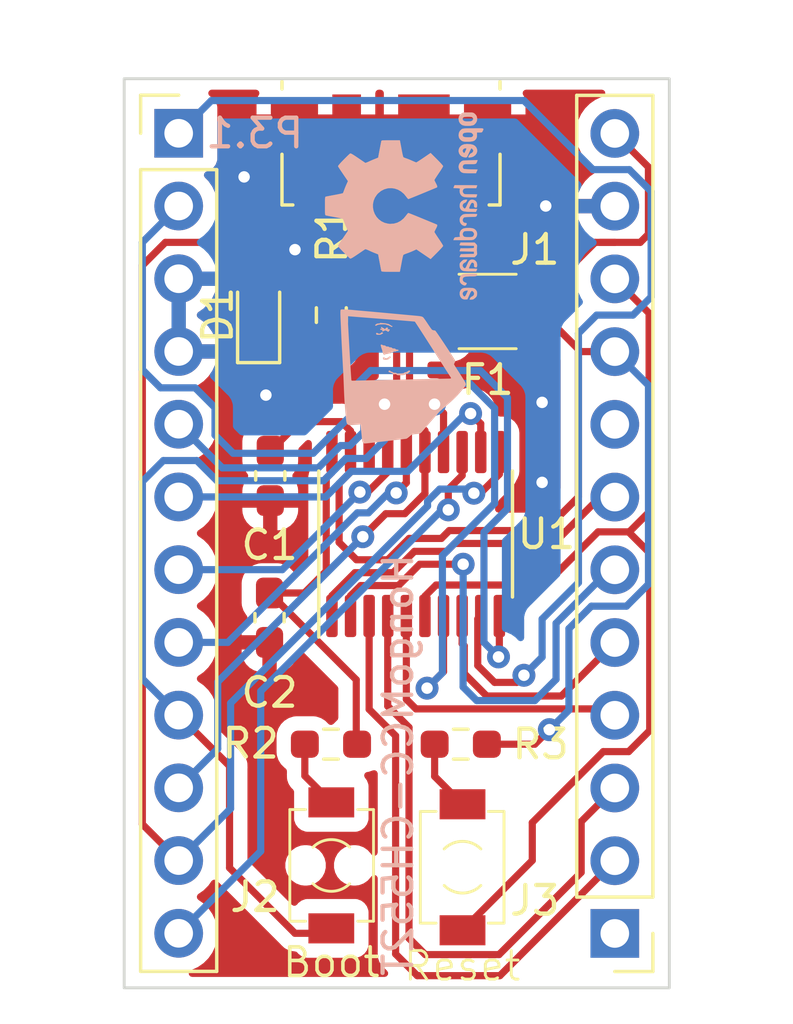
<source format=kicad_pcb>
(kicad_pcb (version 20221018) (generator pcbnew)
  (layers (0 "F.Cu" signal) (31 "B.Cu" signal) (34 "B.Paste" user) (35 "F.Paste" user) (36 "B.SilkS" user "B.Silkscreen") (37 "F.SilkS" user "F.Silkscreen") (38 "B.Mask" user) (39 "F.Mask" user) (44 "Edge.Cuts" user))
  (net 0 "")
  (net 1 "VCC")
  (net 2 "GND")
  (net 3 "/3V3")
  (net 4 "Net-(D1-K)")
  (net 5 "/P3.3")
  (net 6 "Net-(J1-VBUS)")
  (net 7 "/P3.7")
  (net 8 "/P3.6")
  (net 10 "/P3.1")
  (net 11 "/P3.0")
  (net 12 "/P1.0")
  (net 13 "/P3.4")
  (net 14 "/P1.2")
  (net 15 "/P1.3")
  (net 16 "/P3.5")
  (net 18 "/P1.5")
  (net 19 "/P1.6")
  (net 20 "/P1.7")
  (net 21 "/P1.1")
  (net 22 "/P1.4")
  (net 23 "/P3.2")
  (net 25 "/reset")
  (net 26 "Net-(R3-Pad2)")
  (net 27 "Net-(R2-Pad2)")
  (footprint "Library:SW_SPST_TVAF06_A020B_R" (layer "F.Cu") (at 95.0088 78.9744 -90)
    (fp_text reference "Reset" (at 3.4486 0.0128 unlocked) (layer "F.SilkS") (effects (font (thickness 0.1))))
    (fp_text value "SW_Push")
    (pad "" np_thru_hole circle (at 0 -0.9) (size 0.75 0.75) (drill 0.75) (layers "F&B.Cu" "*.Mask"))
    (pad "" np_thru_hole circle (at 0 0.8) (size 0.75 0.75) (drill 0.75) (layers "F&B.Cu" "*.Mask"))
    (pad "1" smd rect (at -2.2 0) (size 1.6 1.05) (layers "F.Cu" "F.Paste" "F.Mask") (net 26 "Net-(R3-Pad2)"))
    (pad "2" smd rect (at 2.2 0 180) (size 1.6 1.05) (layers "F.Cu" "F.Paste" "F.Mask") (net 25 "/reset"))
  )
  (footprint "Package_SO:TSSOP-20_4.4x6.5mm_P0.65mm" (layer "F.Cu") (at 93.3704 67.3354 90)
    (fp_text reference "U1" (at 0 4.572 180) (layer "F.SilkS"))
    (fp_text value "CH552T")
    (pad "1" smd roundrect (at -2.8625 -2.925 90) (size 1.475 0.4) (layers "F.Cu" "F.Paste" "F.Mask") (net 23 "/P3.2"))
    (pad "2" smd roundrect (at -2.8625 -2.275 90) (size 1.475 0.4) (layers "F.Cu" "F.Paste" "F.Mask") (net 22 "/P1.4"))
    (pad "3" smd roundrect (at -2.8625 -1.625 90) (size 1.475 0.4) (layers "F.Cu" "F.Paste" "F.Mask") (net 18 "/P1.5"))
    (pad "4" smd roundrect (at -2.8625 -0.975 90) (size 1.475 0.4) (layers "F.Cu" "F.Paste" "F.Mask") (net 19 "/P1.6"))
    (pad "5" smd roundrect (at -2.8625 -0.325 90) (size 1.475 0.4) (layers "F.Cu" "F.Paste" "F.Mask") (net 20 "/P1.7"))
    (pad "6" smd roundrect (at -2.8625 0.325 90) (size 1.475 0.4) (layers "F.Cu" "F.Paste" "F.Mask") (net 25 "/reset"))
    (pad "7" smd roundrect (at -2.8625 0.975 90) (size 1.475 0.4) (layers "F.Cu" "F.Paste" "F.Mask") (net 12 "/P1.0"))
    (pad "8" smd roundrect (at -2.8625 1.625 90) (size 1.475 0.4) (layers "F.Cu" "F.Paste" "F.Mask") (net 21 "/P1.1"))
    (pad "9" smd roundrect (at -2.8625 2.275 90) (size 1.475 0.4) (layers "F.Cu" "F.Paste" "F.Mask") (net 10 "/P3.1"))
    (pad "10" smd roundrect (at -2.8625 2.925 90) (size 1.475 0.4) (layers "F.Cu" "F.Paste" "F.Mask") (net 11 "/P3.0"))
    (pad "11" smd roundrect (at 2.8625 2.925 90) (size 1.475 0.4) (layers "F.Cu" "F.Paste" "F.Mask") (net 5 "/P3.3"))
    (pad "12" smd roundrect (at 2.8625 2.275 90) (size 1.475 0.4) (layers "F.Cu" "F.Paste" "F.Mask") (net 13 "/P3.4"))
    (pad "13" smd roundrect (at 2.8625 1.625 90) (size 1.475 0.4) (layers "F.Cu" "F.Paste" "F.Mask") (net 16 "/P3.5"))
    (pad "14" smd roundrect (at 2.8625 0.975 90) (size 1.475 0.4) (layers "F.Cu" "F.Paste" "F.Mask") (net 8 "/P3.6"))
    (pad "15" smd roundrect (at 2.8625 0.325 90) (size 1.475 0.4) (layers "F.Cu" "F.Paste" "F.Mask") (net 7 "/P3.7"))
    (pad "16" smd roundrect (at 2.8625 -0.325 90) (size 1.475 0.4) (layers "F.Cu" "F.Paste" "F.Mask") (net 15 "/P1.3"))
    (pad "17" smd roundrect (at 2.8625 -0.975 90) (size 1.475 0.4) (layers "F.Cu" "F.Paste" "F.Mask") (net 14 "/P1.2"))
    (pad "18" smd roundrect (at 2.8625 -1.625 90) (size 1.475 0.4) (layers "F.Cu" "F.Paste" "F.Mask") (net 2 "GND"))
    (pad "19" smd roundrect (at 2.8625 -2.275 90) (size 1.475 0.4) (layers "F.Cu" "F.Paste" "F.Mask") (net 1 "VCC"))
    (pad "20" smd roundrect (at 2.8625 -2.925 90) (size 1.475 0.4) (layers "F.Cu" "F.Paste" "F.Mask") (net 3 "/3V3"))
  )
  (footprint "Library:Fuse_SMD_MF_USMF010" (layer "F.Cu") (at 95.885 59.563)
    (fp_text reference "F1" (at 0 2.3876 unlocked) (layer "F.SilkS"))
    (fp_text value "Fuse")
    (pad "1" smd roundrect (at -1.6 0 180) (size 1.2 2.5) (layers "F.Cu" "F.Paste" "F.Mask") (net 6 "Net-(J1-VBUS)"))
    (pad "2" smd roundrect (at 1.6 0 180) (size 1.2 2.5) (layers "F.Cu" "F.Paste" "F.Mask") (net 1 "VCC"))
  )
  (footprint "Connector_PinHeader_2.54mm:PinHeader_1x12_P2.54mm_Vertical" (layer "F.Cu") (at 100.33 81.285 180)
    (fp_text reference "J3" (at 2.794 1.148) (layer "F.SilkS"))
    (fp_text value "Conn_01x12_Pin")
    (pad "1" thru_hole rect (at 0 0 180) (size 1.7 1.7) (drill 1) (layers "*.Cu" "*.Mask"))
    (pad "2" thru_hole oval (at 0 2.54 180) (size 1.7 1.7) (drill 1) (layers "*.Cu" "*.Mask") (net 18 "/P1.5"))
    (pad "3" thru_hole oval (at 0 5.08 180) (size 1.7 1.7) (drill 1) (layers "*.Cu" "*.Mask") (net 19 "/P1.6"))
    (pad "4" thru_hole oval (at 0 7.62 180) (size 1.7 1.7) (drill 1) (layers "*.Cu" "*.Mask") (net 20 "/P1.7"))
    (pad "5" thru_hole oval (at 0 10.16 180) (size 1.7 1.7) (drill 1) (layers "*.Cu" "*.Mask") (net 21 "/P1.1"))
    (pad "6" thru_hole oval (at 0 12.7 180) (size 1.7 1.7) (drill 1) (layers "*.Cu" "*.Mask") (net 22 "/P1.4"))
    (pad "7" thru_hole oval (at 0 15.24 180) (size 1.7 1.7) (drill 1) (layers "*.Cu" "*.Mask") (net 23 "/P3.2"))
    (pad "8" thru_hole oval (at 0 17.78 180) (size 1.7 1.7) (drill 1) (layers "*.Cu" "*.Mask"))
    (pad "9" thru_hole oval (at 0 20.32 180) (size 1.7 1.7) (drill 1) (layers "*.Cu" "*.Mask") (net 1 "VCC"))
    (pad "10" thru_hole oval (at 0 22.86 180) (size 1.7 1.7) (drill 1) (layers "*.Cu" "*.Mask") (net 25 "/reset"))
    (pad "11" thru_hole oval (at 0 25.4 180) (size 1.7 1.7) (drill 1) (layers "*.Cu" "*.Mask") (net 2 "GND"))
    (pad "12" thru_hole oval (at 0 27.94 180) (size 1.7 1.7) (drill 1) (layers "*.Cu" "*.Mask") (net 1 "VCC"))
  )
  (footprint "Library:SW_SPST_TVAF06_A020B_R" (layer "F.Cu") (at 90.424 78.908 90)
    (fp_text reference "Boot" (at -3.388 0 unlocked) (layer "F.SilkS") (effects (font (thickness 0.125))))
    (fp_text value "SW_Push")
    (pad "" np_thru_hole circle (at 0 -0.9 180) (size 0.75 0.75) (drill 0.75) (layers "F&B.Cu" "*.Mask"))
    (pad "" np_thru_hole circle (at 0 0.8 180) (size 0.75 0.75) (drill 0.75) (layers "F&B.Cu" "*.Mask"))
    (pad "1" smd rect (at -2.2 0 180) (size 1.6 1.05) (layers "F.Cu" "F.Paste" "F.Mask") (net 8 "/P3.6"))
    (pad "2" smd rect (at 2.2 0) (size 1.6 1.05) (layers "F.Cu" "F.Paste" "F.Mask") (net 27 "Net-(R2-Pad2)"))
  )
  (footprint "LED_SMD:LED_0603_1608Metric_Pad1.05x0.95mm_HandSolder" (layer "F.Cu") (at 87.884 59.69 90)
    (fp_text reference "D1" (at 0 -1.43 90) (layer "F.SilkS"))
    (fp_text value "LED")
    (pad "1" smd roundrect (at -0.875 0 90) (size 1.05 0.95) (layers "F.Cu" "F.Paste" "F.Mask") (net 4 "Net-(D1-K)"))
    (pad "2" smd roundrect (at 0.875 0 90) (size 1.05 0.95) (layers "F.Cu" "F.Paste" "F.Mask") (net 5 "/P3.3"))
  )
  (footprint "Capacitor_SMD:C_0603_1608Metric_Pad1.08x0.95mm_HandSolder" (layer "F.Cu") (at 88.2904 65.3045 -90)
    (fp_text reference "C1" (at 2.413 0.0254) (layer "F.SilkS"))
    (fp_text value "C")
    (pad "1" smd roundrect (at -0.8625 0 270) (size 1.075 0.95) (layers "F.Cu" "F.Paste" "F.Mask") (net 1 "VCC"))
    (pad "2" smd roundrect (at 0.8625 0 270) (size 1.075 0.95) (layers "F.Cu" "F.Paste" "F.Mask") (net 2 "GND"))
  )
  (footprint "Capacitor_SMD:C_0603_1608Metric_Pad1.08x0.95mm_HandSolder" (layer "F.Cu") (at 88.265 70.2575 -90)
    (fp_text reference "C2" (at 2.6173 0 -180) (layer "F.SilkS"))
    (fp_text value "C")
    (pad "1" smd roundrect (at -0.8625 0 270) (size 1.075 0.95) (layers "F.Cu" "F.Paste" "F.Mask") (net 3 "/3V3"))
    (pad "2" smd roundrect (at 0.8625 0 270) (size 1.075 0.95) (layers "F.Cu" "F.Paste" "F.Mask") (net 2 "GND"))
  )
  (footprint "Resistor_SMD:R_0603_1608Metric_Pad0.98x0.95mm_HandSolder" (layer "F.Cu") (at 94.9471 74.676 180)
    (fp_text reference "R3" (at -2.7921 0) (layer "F.SilkS"))
    (fp_text value "R")
    (pad "1" smd roundrect (at -0.9125 0 180) (size 0.975 0.95) (layers "F.Cu" "F.Paste" "F.Mask") (net 1 "VCC"))
    (pad "2" smd roundrect (at 0.9125 0 180) (size 0.975 0.95) (layers "F.Cu" "F.Paste" "F.Mask") (net 26 "Net-(R3-Pad2)"))
  )
  (footprint "Resistor_SMD:R_0603_1608Metric_Pad0.98x0.95mm_HandSolder" (layer "F.Cu") (at 90.424 59.69 90)
    (fp_text reference "R1" (at 2.7959 0.0254 90) (layer "F.SilkS"))
    (fp_text value "R")
    (pad "1" smd roundrect (at -0.9125 0 90) (size 0.975 0.95) (layers "F.Cu" "F.Paste" "F.Mask") (net 4 "Net-(D1-K)"))
    (pad "2" smd roundrect (at 0.9125 0 90) (size 0.975 0.95) (layers "F.Cu" "F.Paste" "F.Mask") (net 2 "GND"))
  )
  (footprint "Resistor_SMD:R_0603_1608Metric_Pad0.98x0.95mm_HandSolder" (layer "F.Cu") (at 90.4112 74.676 180)
    (fp_text reference "R2" (at 2.8066 0.0254) (layer "F.SilkS"))
    (fp_text value "R")
    (pad "1" smd roundrect (at -0.9125 0 180) (size 0.975 0.95) (layers "F.Cu" "F.Paste" "F.Mask") (net 3 "/3V3"))
    (pad "2" smd roundrect (at 0.9125 0 180) (size 0.975 0.95) (layers "F.Cu" "F.Paste" "F.Mask") (net 27 "Net-(R2-Pad2)"))
  )
  (footprint "Connector_PinHeader_2.54mm:PinHeader_1x12_P2.54mm_Vertical" (layer "F.Cu") (at 85.09 53.34)
    (fp_text reference "J2" (at 2.667 26.67) (layer "F.SilkS"))
    (fp_text value "Conn_01x12_Pin")
    (pad "1" thru_hole rect (at 0 0) (size 1.7 1.7) (drill 1) (layers "*.Cu" "*.Mask") (net 10 "/P3.1"))
    (pad "2" thru_hole oval (at 0 2.54) (size 1.7 1.7) (drill 1) (layers "*.Cu" "*.Mask") (net 11 "/P3.0"))
    (pad "3" thru_hole oval (at 0 5.08) (size 1.7 1.7) (drill 1) (layers "*.Cu" "*.Mask") (net 2 "GND"))
    (pad "4" thru_hole oval (at 0 7.62) (size 1.7 1.7) (drill 1) (layers "*.Cu" "*.Mask") (net 2 "GND"))
    (pad "5" thru_hole oval (at 0 10.16) (size 1.7 1.7) (drill 1) (layers "*.Cu" "*.Mask") (net 12 "/P1.0"))
    (pad "6" thru_hole oval (at 0 12.7) (size 1.7 1.7) (drill 1) (layers "*.Cu" "*.Mask") (net 13 "/P3.4"))
    (pad "7" thru_hole oval (at 0 15.24) (size 1.7 1.7) (drill 1) (layers "*.Cu" "*.Mask") (net 14 "/P1.2"))
    (pad "8" thru_hole oval (at 0 17.78) (size 1.7 1.7) (drill 1) (layers "*.Cu" "*.Mask") (net 15 "/P1.3"))
    (pad "9" thru_hole oval (at 0 20.32) (size 1.7 1.7) (drill 1) (layers "*.Cu" "*.Mask") (net 8 "/P3.6"))
    (pad "10" thru_hole oval (at 0 22.86) (size 1.7 1.7) (drill 1) (layers "*.Cu" "*.Mask") (net 7 "/P3.7"))
    (pad "11" thru_hole oval (at 0 25.4) (size 1.7 1.7) (drill 1) (layers "*.Cu" "*.Mask") (net 5 "/P3.3"))
    (pad "12" thru_hole oval (at 0 27.94) (size 1.7 1.7) (drill 1) (layers "*.Cu" "*.Mask") (net 16 "/P3.5"))
  )
  (footprint "Connector_USB:USB_Micro-B_Molex_47346-0001" (layer "F.Cu") (at 92.51 54.1336 180)
    (fp_text reference "J1" (at -5.026 -3.2704) (layer "F.SilkS"))
    (fp_text value "USB_B_Micro")
    (pad "1" smd rect (at -1.3 -1.46 180) (size 0.45 1.38) (layers "F.Cu" "F.Paste" "F.Mask") (net 6 "Net-(J1-VBUS)"))
    (pad "2" smd rect (at -0.65 -1.46 180) (size 0.45 1.38) (layers "F.Cu" "F.Paste" "F.Mask") (net 7 "/P3.7"))
    (pad "3" smd rect (at 0 -1.46 180) (size 0.45 1.38) (layers "F.Cu" "F.Paste" "F.Mask") (net 8 "/P3.6"))
    (pad "4" smd rect (at 0.65 -1.46 180) (size 0.45 1.38) (layers "F.Cu" "F.Paste" "F.Mask"))
    (pad "5" smd rect (at 1.3 -1.46 180) (size 0.45 1.38) (layers "F.Cu" "F.Paste" "F.Mask") (net 2 "GND"))
    (pad "6" smd rect (at -3.375 1.2 180) (size 1.65 1.3) (layers "F.Cu" "F.Paste" "F.Mask") (net 2 "GND"))
    (pad "6" smd rect (at -2.4875 -1.375 180) (size 1.425 1.55) (layers "F.Cu" "F.Paste" "F.Mask") (net 2 "GND"))
    (pad "6" smd rect (at -1.15 1.2 180) (size 1.8 1.9) (layers "F.Cu" "F.Paste" "F.Mask") (net 2 "GND"))
    (pad "6" smd rect (at 1.55 1.2 180) (size 1 1.9) (layers "F.Cu" "F.Paste" "F.Mask") (net 2 "GND"))
    (pad "6" smd rect (at 2.4875 -1.375 180) (size 1.425 1.55) (layers "F.Cu" "F.Paste" "F.Mask") (net 2 "GND"))
    (pad "6" smd rect (at 3.375 1.2 180) (size 1.65 1.3) (layers "F.Cu" "F.Paste" "F.Mask") (net 2 "GND"))
  )
  (footprint "Symbol:OSHW-Logo2_7.3x6mm_SilkScreen" (layer "B.Cu") (at 92.964 55.88 -90)
    (fp_text reference "REF**" hide)
    (fp_text value "OSHW-Logo2_7.3x6mm_SilkScreen" hide)
  )
  (footprint "Library:HongoMCC_Logo" (layer "B.Cu") (at 92.964 61.976 -90)
    (fp_text reference "G***" hide)
    (fp_text value "LOGO" hide)
  )
  (gr_rect (start 83.185 51.435) (end 102.235 83.185) (stroke (width 0.1)) (fill none) (layer "Edge.Cuts"))
  (gr_text "P3.1" (at 89.535 53.34) (layer "B.SilkS") (effects (font (size 1 1)) (justify left mirror)))
  (gr_text "HongoMCC-CH552T" (at 93.345 67.945 90) (layer "B.SilkS") (effects (font (size 1 1)) (justify left bottom mirror)))
  (segment (start 101.505 56.864) (end 101.219 57.15) (width 0.25) (layer "F.Cu") (net 1))
  (segment (start 91.0954 65.171895) (end 90.6963 65.570995) (width 0.25) (layer "F.Cu") (net 1))
  (segment (start 101.219 57.15) (end 100.33 57.15) (width 0.25) (layer "F.Cu") (net 1))
  (segment (start 90.7704 63.4104) (end 91.0954 63.7354) (width 0.25) (layer "F.Cu") (net 1))
  (segment (start 91.0954 63.7354) (end 91.0954 64.4729) (width 0.25) (layer "F.Cu") (net 1))
  (segment (start 99.141 60.965) (end 99.0345 60.8585) (width 0.25) (layer "F.Cu") (net 1))
  (segment (start 99.06 66.04) (end 99.06 60.884) (width 0.25) (layer "F.Cu") (net 1))
  (segment (start 93.141766 67.4902) (end 94.269299 67.4902) (width 0.25) (layer "F.Cu") (net 1))
  (segment (start 90.6963 65.570995) (end 90.6963 67.627805) (width 0.25) (layer "F.Cu") (net 1))
  (segment (start 91.303895 68.2354) (end 92.396566 68.2354) (width 0.25) (layer "F.Cu") (net 1))
  (segment (start 94.269299 67.4902) (end 94.544299 67.2152) (width 0.25) (layer "F.Cu") (net 1))
  (segment (start 100.33 60.965) (end 99.141 60.965) (width 0.25) (layer "F.Cu") (net 1))
  (segment (start 99.06 60.884) (end 99.0345 60.8585) (width 0.25) (layer "F.Cu") (net 1))
  (segment (start 99.817 53.345) (end 100.33 53.345) (width 0.25) (layer "F.Cu") (net 1))
  (segment (start 97.536 74.676) (end 95.8596 74.676) (width 0.25) (layer "F.Cu") (net 1))
  (segment (start 99.0345 60.8585) (end 97.485 59.309) (width 0.25) (layer "F.Cu") (net 1))
  (segment (start 99.644 57.15) (end 100.33 57.15) (width 0.25) (layer "F.Cu") (net 1))
  (segment (start 100.33 53.345) (end 101.505 54.52) (width 0.25) (layer "F.Cu") (net 1))
  (segment (start 97.8848 67.2152) (end 99.06 66.04) (width 0.25) (layer "F.Cu") (net 1))
  (segment (start 100.33 57.15) (end 99.822 57.15) (width 0.25) (layer "F.Cu") (net 1))
  (segment (start 98.044 74.168) (end 97.536 74.676) (width 0.25) (layer "F.Cu") (net 1))
  (segment (start 97.485 59.309) (end 99.644 57.15) (width 0.25) (layer "F.Cu") (net 1))
  (segment (start 88.2904 64.442) (end 88.5561 64.442) (width 0.25) (layer "F.Cu") (net 1))
  (segment (start 92.396566 68.2354) (end 93.141766 67.4902) (width 0.25) (layer "F.Cu") (net 1))
  (segment (start 101.505 54.52) (end 101.505 56.864) (width 0.25) (layer "F.Cu") (net 1))
  (segment (start 90.6963 67.627805) (end 91.303895 68.2354) (width 0.25) (layer "F.Cu") (net 1))
  (segment (start 94.544299 67.2152) (end 97.8848 67.2152) (width 0.25) (layer "F.Cu") (net 1))
  (segment (start 99.944 60.579) (end 100.33 60.965) (width 0.25) (layer "F.Cu") (net 1))
  (segment (start 88.2904 64.442) (end 89.322 63.4104) (width 0.25) (layer "F.Cu") (net 1))
  (segment (start 89.322 63.4104) (end 90.7704 63.4104) (width 0.25) (layer "F.Cu") (net 1))
  (segment (start 91.0954 64.4729) (end 91.0954 65.171895) (width 0.25) (layer "F.Cu") (net 1))
  (via (at 98.044 74.168) (size 0.8) (drill 0.4) (layers "F.Cu" "B.Cu") (net 1))
  (segment (start 100.739 69.855) (end 101.5069 69.0871) (width 0.25) (layer "B.Cu") (net 1))
  (segment (start 98.727254 73.484746) (end 98.727254 70.639946) (width 0.25) (layer "B.Cu") (net 1))
  (segment (start 99.5122 69.855) (end 100.739 69.855) (width 0.25) (layer "B.Cu") (net 1))
  (segment (start 101.5069 69.0871) (end 101.5069 62.1419) (width 0.25) (layer "B.Cu") (net 1))
  (segment (start 98.727254 70.639946) (end 99.5122 69.855) (width 0.25) (layer "B.Cu") (net 1))
  (segment (start 101.5069 62.1419) (end 100.33 60.965) (width 0.25) (layer "B.Cu") (net 1))
  (segment (start 98.044 74.168) (end 98.727254 73.484746) (width 0.25) (layer "B.Cu") (net 1))
  (segment (start 91.7454 64.4729) (end 91.7454 63.288414) (width 0.25) (layer "F.Cu") (net 2))
  (segment (start 91.2074 55.5428) (end 91.2074 56.5597) (width 0.25) (layer "F.Cu") (net 2))
  (segment (start 91.7454 63.288414) (end 91.067986 62.611) (width 0.25) (layer "F.Cu") (net 2))
  (via (at 88.138 62.484) (size 0.8) (drill 0.4) (layers "F.Cu" "B.Cu") (net 2))
  (via (at 97.79 65.532) (size 0.8) (drill 0.4) (layers "F.Cu" "B.Cu") (net 2))
  (via (at 97.917 55.88) (size 0.8) (drill 0.4) (layers "F.Cu" "B.Cu") (net 2))
  (via (at 87.376 54.864) (size 0.8) (drill 0.4) (layers "F.Cu" "B.Cu") (net 2))
  (via (at 97.79 62.738) (size 0.8) (drill 0.4) (layers "F.Cu" "B.Cu") (net 2))
  (via (at 89.154 57.404) (size 0.8) (drill 0.4) (layers "F.Cu" "B.Cu") (net 2))
  (segment (start 91.2954 72.4254) (end 88.265 69.395) (width 0.25) (layer "F.Cu") (net 3))
  (segment (start 89.482 69.395) (end 90.2463 68.6307) (width 0.25) (layer "F.Cu") (net 3))
  (segment (start 88.265 69.305) (end 88.265 69.395) (width 0.25) (layer "F.Cu") (net 3))
  (segment (start 90.2463 68.6307) (end 90.2463 65.384599) (width 0.25) (layer "F.Cu") (net 3))
  (segment (start 91.3237 74.676) (end 91.2954 74.6477) (width 0.25) (layer "F.Cu") (net 3))
  (segment (start 88.265 69.395) (end 89.482 69.395) (width 0.25) (layer "F.Cu") (net 3))
  (segment (start 91.2954 74.6477) (end 91.2954 72.4254) (width 0.25) (layer "F.Cu") (net 3))
  (segment (start 90.4454 65.185499) (end 90.4454 64.4729) (width 0.25) (layer "F.Cu") (net 3))
  (segment (start 90.2463 65.384599) (end 90.4454 65.185499) (width 0.25) (layer "F.Cu") (net 3))
  (segment (start 90.424 60.6025) (end 87.9215 60.6025) (width 0.25) (layer "F.Cu") (net 4))
  (segment (start 87.9215 60.6025) (end 87.884 60.565) (width 0.25) (layer "F.Cu") (net 4))
  (segment (start 83.82 57.956) (end 83.82 77.47) (width 0.25) (layer "F.Cu") (net 5))
  (segment (start 95.6328 65.91) (end 95.4052 65.91) (width 0.25) (layer "F.Cu") (net 5))
  (segment (start 96.2954 65.2474) (end 95.6328 65.91) (width 0.25) (layer "F.Cu") (net 5))
  (segment (start 83.82 77.47) (end 85.09 78.74) (width 0.25) (layer "F.Cu") (net 5))
  (segment (start 87.884 58.815) (end 86.219 57.15) (width 0.25) (layer "F.Cu") (net 5))
  (segment (start 84.626 57.15) (end 83.82 57.956) (width 0.25) (layer "F.Cu") (net 5))
  (segment (start 86.219 57.15) (end 84.626 57.15) (width 0.25) (layer "F.Cu") (net 5))
  (segment (start 96.2954 64.4729) (end 96.2954 65.2474) (width 0.25) (layer "F.Cu") (net 5))
  (via (at 95.4052 65.91) (size 0.8) (drill 0.4) (layers "F.Cu" "B.Cu") (net 5))
  (segment (start 95.4052 65.91) (end 95.2609 65.7657) (width 0.25) (layer "B.Cu") (net 5))
  (segment (start 86.9046 73.241004) (end 86.9046 76.9254) (width 0.25) (layer "B.Cu") (net 5))
  (segment (start 86.9046 76.9254) (end 85.09 78.74) (width 0.25) (layer "B.Cu") (net 5))
  (segment (start 95.261647 65.766447) (end 94.211093 65.766447) (width 0.25) (layer "B.Cu") (net 5))
  (segment (start 94.211093 65.766447) (end 93.786398 66.191142) (width 0.25) (layer "B.Cu") (net 5))
  (segment (start 93.786398 66.191142) (end 93.786398 66.359206) (width 0.25) (layer "B.Cu") (net 5))
  (segment (start 95.4052 65.91) (end 95.261647 65.766447) (width 0.25) (layer "B.Cu") (net 5))
  (segment (start 93.786398 66.359206) (end 86.9046 73.241004) (width 0.25) (layer "B.Cu") (net 5))
  (segment (start 93.81 58.834) (end 94.285 59.309) (width 0.25) (layer "F.Cu") (net 6))
  (segment (start 93.8024 55.5478) (end 93.8074 55.5428) (width 0.25) (layer "F.Cu") (net 6))
  (segment (start 94.285 57.455) (end 93.81 56.98) (width 0.25) (layer "F.Cu") (net 6))
  (segment (start 93.81 56.98) (end 93.81 55.5936) (width 0.25) (layer "F.Cu") (net 6))
  (segment (start 94.285 59.309) (end 94.285 57.455) (width 0.25) (layer "F.Cu") (net 6))
  (segment (start 92.327641 66.625953) (end 92.99075 66.625953) (width 0.25) (layer "F.Cu") (net 7))
  (segment (start 93.1574 63.1854) (end 93.1574 55.5428) (width 0.25) (layer "F.Cu") (net 7))
  (segment (start 93.6954 65.921303) (end 93.6954 64.4729) (width 0.25) (layer "F.Cu") (net 7))
  (segment (start 92.99075 66.625953) (end 93.6954 65.921303) (width 0.25) (layer "F.Cu") (net 7))
  (segment (start 93.6954 64.4729) (end 93.6954 63.7234) (width 0.25) (layer "F.Cu") (net 7))
  (segment (start 93.6954 63.7234) (end 93.1574 63.1854) (width 0.25) (layer "F.Cu") (net 7))
  (segment (start 91.523697 67.429897) (end 92.327641 66.625953) (width 0.25) (layer "F.Cu") (net 7))
  (via (at 91.523697 67.429897) (size 0.8) (drill 0.4) (layers "F.Cu" "B.Cu") (net 7))
  (segment (start 91.523303 67.429897) (end 86.4546 72.4986) (width 0.25) (layer "B.Cu") (net 7))
  (segment (start 86.4546 72.4986) (end 86.4546 74.8354) (width 0.25) (layer "B.Cu") (net 7))
  (segment (start 91.523697 67.429897) (end 91.523303 67.429897) (width 0.25) (layer "B.Cu") (net 7))
  (segment (start 86.4546 74.8354) (end 85.09 76.2) (width 0.25) (layer "B.Cu") (net 7))
  (segment (start 90.252 81.28) (end 89.154 81.28) (width 0.25) (layer "F.Cu") (net 8))
  (segment (start 92.7074 62.378007) (end 92.7074 56.51562) (width 0.25) (layer "F.Cu") (net 8))
  (segment (start 94.0308 62.801058) (end 94.3454 63.115658) (width 0.25) (layer "F.Cu") (net 8))
  (segment (start 86.868 75.438) (end 85.09 73.66) (width 0.25) (layer "F.Cu") (net 8))
  (segment (start 92.5074 56.31562) (end 92.5074 55.5428) (width 0.25) (layer "F.Cu") (net 8))
  (segment (start 92.7074 56.51562) (end 92.5074 56.31562) (width 0.25) (layer "F.Cu") (net 8))
  (segment (start 94.3454 63.115658) (end 94.3454 64.4729) (width 0.25) (layer "F.Cu") (net 8))
  (segment (start 90.424 81.108) (end 90.252 81.28) (width 0.25) (layer "F.Cu") (net 8))
  (segment (start 86.868 78.994) (end 86.868 75.438) (width 0.25) (layer "F.Cu") (net 8))
  (segment (start 92.283849 62.801558) (end 92.7074 62.378007) (width 0.25) (layer "F.Cu") (net 8))
  (segment (start 89.154 81.28) (end 86.868 78.994) (width 0.25) (layer "F.Cu") (net 8))
  (via (at 92.283849 62.801558) (size 0.8) (drill 0.4) (layers "F.Cu" "B.Cu") (net 8))
  (via (at 94.0308 62.801058) (size 0.8) (drill 0.4) (layers "F.Cu" "B.Cu") (net 8))
  (segment (start 94.0303 62.801558) (end 92.283849 62.801558) (width 0.25) (layer "B.Cu") (net 8))
  (segment (start 84.55355 64.77) (end 85.723604 64.77) (width 0.25) (layer "B.Cu") (net 8))
  (segment (start 92.283849 64.053151) (end 92.283849 62.801558) (width 0.25) (layer "B.Cu") (net 8))
  (segment (start 85.723604 64.77) (end 86.427604 65.474) (width 0.25) (layer "B.Cu") (net 8))
  (segment (start 92.3206 62.9854) (end 92.3206 62.838309) (width 0.25) (layer "B.Cu") (net 8))
  (segment (start 86.427604 65.474) (end 90.156899 65.474) (width 0.25) (layer "B.Cu") (net 8))
  (segment (start 85.09 73.66) (end 83.82 72.39) (width 0.25) (layer "B.Cu") (net 8))
  (segment (start 92.3206 62.9854) (end 92.124 62.7888) (width 0.25) (layer "B.Cu") (net 8))
  (segment (start 92.3206 62.838309) (end 92.283849 62.801558) (width 0.25) (layer "B.Cu") (net 8))
  (segment (start 90.934599 64.6963) (end 91.6407 64.6963) (width 0.25) (layer "B.Cu") (net 8))
  (segment (start 90.156899 65.474) (end 90.934599 64.6963) (width 0.25) (layer "B.Cu") (net 8))
  (segment (start 93.843322 62.801058) (end 93.831064 62.7888) (width 0.25) (layer "B.Cu") (net 8))
  (segment (start 83.82 72.39) (end 83.82 65.50355) (width 0.25) (layer "B.Cu") (net 8))
  (segment (start 91.6407 64.6963) (end 92.283849 64.053151) (width 0.25) (layer "B.Cu") (net 8))
  (segment (start 94.0308 62.801058) (end 93.843322 62.801058) (width 0.25) (layer "B.Cu") (net 8))
  (segment (start 92.5172 62.7888) (end 92.3206 62.9854) (width 0.25) (layer "B.Cu") (net 8))
  (segment (start 83.82 65.50355) (end 84.55355 64.77) (width 0.25) (layer "B.Cu") (net 8))
  (segment (start 94.0308 62.801058) (end 94.0303 62.801558) (width 0.25) (layer "B.Cu") (net 8))
  (segment (start 96.9065 72.517) (end 96.129695 72.517) (width 0.25) (layer "F.Cu") (net 10))
  (segment (start 95.541 70.3023) (end 95.6454 70.1979) (width 0.25) (layer "F.Cu") (net 10))
  (segment (start 96.129695 72.517) (end 95.541 71.928305) (width 0.25) (layer "F.Cu") (net 10))
  (segment (start 97.155 72.2685) (end 96.9065 72.517) (width 0.25) (layer "F.Cu") (net 10))
  (segment (start 95.541 71.928305) (end 95.541 70.3023) (width 0.25) (layer "F.Cu") (net 10))
  (via (at 97.155 72.2685) (size 0.8) (drill 0.4) (layers "F.Cu" "B.Cu") (net 10))
  (segment (start 99.695 59.69) (end 100.965 59.69) (width 0.25) (layer "B.Cu") (net 10))
  (segment (start 97.155 72.2685) (end 97.79 71.6335) (width 0.25) (layer "B.Cu") (net 10))
  (segment (start 97.79 71.6335) (end 97.79 70.304408) (width 0.25) (layer "B.Cu") (net 10))
  (segment (start 97.79 70.304408) (end 99.06 69.034408) (width 0.25) (layer "B.Cu") (net 10))
  (segment (start 100.965 59.69) (end 101.6 59.055) (width 0.25) (layer "B.Cu") (net 10))
  (segment (start 100.838 54.61) (end 99.568 54.61) (width 0.25) (layer "B.Cu") (net 10))
  (segment (start 86.233 52.197) (end 85.09 53.34) (width 0.25) (layer "B.Cu") (net 10))
  (segment (start 99.06 60.325) (end 99.695 59.69) (width 0.25) (layer "B.Cu") (net 10))
  (segment (start 99.568 54.61) (end 97.155 52.197) (width 0.25) (layer "B.Cu") (net 10))
  (segment (start 99.06 69.034408) (end 99.06 60.325) (width 0.25) (layer "B.Cu") (net 10))
  (segment (start 97.155 52.197) (end 86.233 52.197) (width 0.25) (layer "B.Cu") (net 10))
  (segment (start 101.6 55.372) (end 100.838 54.61) (width 0.25) (layer "B.Cu") (net 10))
  (segment (start 101.6 59.055) (end 101.6 55.372) (width 0.25) (layer "B.Cu") (net 10))
  (segment (start 96.2954 71.5986) (end 96.2954 70.1979) (width 0.25) (layer "F.Cu") (net 11))
  (segment (start 96.266 71.628) (end 96.2954 71.5986) (width 0.25) (layer "F.Cu") (net 11))
  (via (at 96.266 71.628) (size 0.8) (drill 0.4) (layers "F.Cu" "B.Cu") (net 11))
  (segment (start 91.108849 63.196151) (end 89.789 64.516) (width 0.25) (layer "B.Cu") (net 11))
  (segment (start 84.455 62.23) (end 83.82 61.595) (width 0.25) (layer "B.Cu") (net 11))
  (segment (start 95.758 67.274291) (end 96.5802 66.452091) (width 0.25) (layer "B.Cu") (net 11))
  (segment (start 96.5802 62.5788) (end 95.627958 61.626558) (width 0.25) (layer "B.Cu") (net 11))
  (segment (start 96.266 71.628) (end 95.758 71.12) (width 0.25) (layer "B.Cu") (net 11))
  (segment (start 89.789 64.516) (end 86.995 64.516) (width 0.25) (layer "B.Cu") (net 11))
  (segment (start 86.36 63.881) (end 86.36 62.923973) (width 0.25) (layer "B.Cu") (net 11))
  (segment (start 95.627958 61.626558) (end 91.797148 61.626558) (width 0.25) (layer "B.Cu") (net 11))
  (segment (start 86.36 62.923973) (end 85.666027 62.23) (width 0.25) (layer "B.Cu") (net 11))
  (segment (start 85.666027 62.23) (end 84.455 62.23) (width 0.25) (layer "B.Cu") (net 11))
  (segment (start 95.758 71.12) (end 95.758 67.274291) (width 0.25) (layer "B.Cu") (net 11))
  (segment (start 83.82 61.595) (end 83.82 57.15) (width 0.25) (layer "B.Cu") (net 11))
  (segment (start 91.108849 62.314857) (end 91.108849 63.196151) (width 0.25) (layer "B.Cu") (net 11))
  (segment (start 86.995 64.516) (end 86.36 63.881) (width 0.25) (layer "B.Cu") (net 11))
  (segment (start 91.797148 61.626558) (end 91.108849 62.314857) (width 0.25) (layer "B.Cu") (net 11))
  (segment (start 96.5802 66.452091) (end 96.5802 62.5788) (width 0.25) (layer "B.Cu") (net 11))
  (segment (start 83.82 57.15) (end 85.09 55.88) (width 0.25) (layer "B.Cu") (net 11))
  (segment (start 94.3454 72.143) (end 94.3454 70.1979) (width 0.25) (layer "F.Cu") (net 12))
  (segment (start 93.7699 72.7185) (end 94.3454 72.143) (width 0.25) (layer "F.Cu") (net 12))
  (via (at 93.7699 72.7185) (size 0.8) (drill 0.4) (layers "F.Cu" "B.Cu") (net 12))
  (segment (start 91.983544 62.076558) (end 91.558849 62.501253) (width 0.25) (layer "B.Cu") (net 12))
  (segment (start 96.1302 62.942095) (end 95.264663 62.076558) (width 0.25) (layer "B.Cu") (net 12))
  (segment (start 91.558849 63.762151) (end 91.0747 64.2463) (width 0.25) (layer "B.Cu") (net 12))
  (segment (start 90.748203 64.2463) (end 89.970503 65.024) (width 0.25) (layer "B.Cu") (net 12))
  (segment (start 94.306 68.089895) (end 96.1302 66.265695) (width 0.25) (layer "B.Cu") (net 12))
  (segment (start 93.7699 72.7185) (end 94.306 72.1824) (width 0.25) (layer "B.Cu") (net 12))
  (segment (start 86.614 65.024) (end 85.09 63.5) (width 0.25) (layer "B.Cu") (net 12))
  (segment (start 91.0747 64.2463) (end 90.748203 64.2463) (width 0.25) (layer "B.Cu") (net 12))
  (segment (start 96.1302 66.265695) (end 96.1302 62.942095) (width 0.25) (layer "B.Cu") (net 12))
  (segment (start 89.970503 65.024) (end 86.614 65.024) (width 0.25) (layer "B.Cu") (net 12))
  (segment (start 95.264663 62.076558) (end 91.983544 62.076558) (width 0.25) (layer "B.Cu") (net 12))
  (segment (start 91.558849 62.501253) (end 91.558849 63.762151) (width 0.25) (layer "B.Cu") (net 12))
  (segment (start 94.306 72.1824) (end 94.306 68.089895) (width 0.25) (layer "B.Cu") (net 12))
  (segment (start 95.6454 64.4729) (end 95.6454 63.4826) (width 0.25) (layer "F.Cu") (net 13))
  (segment (start 95.6454 63.4826) (end 95.291 63.1282) (width 0.25) (layer "F.Cu") (net 13))
  (via (at 95.291 63.1282) (size 0.8) (drill 0.4) (layers "F.Cu" "B.Cu") (net 13))
  (segment (start 93.0957 65.1463) (end 91.120995 65.1463) (width 0.25) (layer "B.Cu") (net 13))
  (segment (start 95.291 63.1282) (end 95.1138 63.1282) (width 0.25) (layer "B.Cu") (net 13))
  (segment (start 90.6963 65.570995) (end 90.227295 66.04) (width 0.25) (layer "B.Cu") (net 13))
  (segment (start 90.227295 66.04) (end 85.09 66.04) (width 0.25) (layer "B.Cu") (net 13))
  (segment (start 95.1138 63.1282) (end 93.0957 65.1463) (width 0.25) (layer "B.Cu") (net 13))
  (segment (start 91.120995 65.1463) (end 90.6963 65.570995) (width 0.25) (layer "B.Cu") (net 13))
  (segment (start 91.6955 65.8713) (end 91.4213 65.8713) (width 0.25) (layer "F.Cu") (net 14))
  (segment (start 92.3954 65.1714) (end 91.6955 65.8713) (width 0.25) (layer "F.Cu") (net 14))
  (segment (start 92.3954 64.4729) (end 92.3954 65.1714) (width 0.25) (layer "F.Cu") (net 14))
  (via (at 91.4213 65.8713) (size 0.8) (drill 0.4) (layers "F.Cu" "B.Cu") (net 14))
  (segment (start 88.7126 68.58) (end 91.4213 65.8713) (width 0.25) (layer "B.Cu") (net 14))
  (segment (start 85.09 68.58) (end 88.7126 68.58) (width 0.25) (layer "B.Cu") (net 14))
  (segment (start 93.0454 65.545998) (end 93.0454 64.4729) (width 0.25) (layer "F.Cu") (net 15))
  (segment (start 92.690445 65.900953) (end 93.0454 65.545998) (width 0.25) (layer "F.Cu") (net 15))
  (via (at 92.690445 65.900953) (size 0.8) (drill 0.4) (layers "F.Cu" "B.Cu") (net 15))
  (segment (start 92.690445 65.900953) (end 92.416952 65.900953) (width 0.25) (layer "B.Cu") (net 15))
  (segment (start 91.332696 66.5963) (end 86.808996 71.12) (width 0.25) (layer "B.Cu") (net 15))
  (segment (start 91.721605 66.5963) (end 91.332696 66.5963) (width 0.25) (layer "B.Cu") (net 15))
  (segment (start 86.808996 71.12) (end 85.09 71.12) (width 0.25) (layer "B.Cu") (net 15))
  (segment (start 92.416952 65.900953) (end 91.721605 66.5963) (width 0.25) (layer "B.Cu") (net 15))
  (segment (start 94.511398 66.491447) (end 94.511398 65.775902) (width 0.25) (layer "F.Cu") (net 16))
  (segment (start 94.9954 65.2919) (end 94.9954 64.4729) (width 0.25) (layer "F.Cu") (net 16))
  (segment (start 94.511398 65.775902) (end 94.9954 65.2919) (width 0.25) (layer "F.Cu") (net 16))
  (via (at 94.511398 66.491447) (size 0.8) (drill 0.4) (layers "F.Cu" "B.Cu") (net 16))
  (segment (start 94.290553 66.491447) (end 87.9568 72.8252) (width 0.25) (layer "B.Cu") (net 16))
  (segment (start 87.9568 72.8252) (end 87.9568 78.4132) (width 0.25) (layer "B.Cu") (net 16))
  (segment (start 94.511398 66.491447) (end 94.290553 66.491447) (width 0.25) (layer "B.Cu") (net 16))
  (segment (start 87.9568 78.4132) (end 85.09 81.28) (width 0.25) (layer "B.Cu") (net 16))
  (segment (start 92.6714 74.3834) (end 92.6714 82.0034) (width 0.25) (layer "F.Cu") (net 18))
  (segment (start 91.7454 70.1979) (end 91.7454 73.4574) (width 0.25) (layer "F.Cu") (net 18))
  (segment (start 92.6714 82.0034) (end 93.428 82.76) (width 0.25) (layer "F.Cu") (net 18))
  (segment (start 91.7454 73.4574) (end 92.6714 74.3834) (width 0.25) (layer "F.Cu") (net 18))
  (segment (start 93.428 82.76) (end 96.315 82.76) (width 0.25) (layer "F.Cu") (net 18))
  (segment (start 96.315 82.76) (end 100.33 78.745) (width 0.25) (layer "F.Cu") (net 18))
  (segment (start 99.155 79.153) (end 99.155 77.38) (width 0.25) (layer "F.Cu") (net 19))
  (segment (start 92.3954 73.3454) (end 93.1387 74.0887) (width 0.25) (layer "F.Cu") (net 19))
  (segment (start 93.7084 82.0244) (end 96.2836 82.0244) (width 0.25) (layer "F.Cu") (net 19))
  (segment (start 99.155 77.38) (end 100.33 76.205) (width 0.25) (layer "F.Cu") (net 19))
  (segment (start 96.2836 82.0244) (end 99.155 79.153) (width 0.25) (layer "F.Cu") (net 19))
  (segment (start 93.1387 74.0887) (end 93.1387 81.4547) (width 0.25) (layer "F.Cu") (net 19))
  (segment (start 93.1387 81.4547) (end 93.7084 82.0244) (width 0.25) (layer "F.Cu") (net 19))
  (segment (start 92.3954 70.1979) (end 92.3954 73.3454) (width 0.25) (layer "F.Cu") (net 19))
  (segment (start 93.0454 73.1064) (end 93.382 73.443) (width 0.25) (layer "F.Cu") (net 20))
  (segment (start 93.382 73.443) (end 100.108 73.443) (width 0.25) (layer "F.Cu") (net 20))
  (segment (start 93.0454 70.1979) (end 93.0454 73.1064) (width 0.25) (layer "F.Cu") (net 20))
  (segment (start 100.108 73.443) (end 100.33 73.665) (width 0.25) (layer "F.Cu") (net 20))
  (segment (start 94.9954 70.1979) (end 94.9954 71.166195) (width 0.25) (layer "F.Cu") (net 21))
  (segment (start 95.853 72.993) (end 98.462 72.993) (width 0.25) (layer "F.Cu") (net 21))
  (segment (start 98.462 72.993) (end 100.33 71.125) (width 0.25) (layer "F.Cu") (net 21))
  (segment (start 95.0704 72.2104) (end 95.853 72.993) (width 0.25) (layer "F.Cu") (net 21))
  (segment (start 94.9954 71.166195) (end 95.0704 71.241195) (width 0.25) (layer "F.Cu") (net 21))
  (segment (start 95.0704 71.241195) (end 95.0704 72.2104) (width 0.25) (layer "F.Cu") (net 21))
  (segment (start 91.0954 69.4909) (end 91.4509 69.1354) (width 0.25) (layer "F.Cu") (net 22))
  (segment (start 91.0954 70.1979) (end 91.0954 69.4909) (width 0.25) (layer "F.Cu") (net 22))
  (segment (start 93.514558 68.3902) (end 95.031 68.3902) (width 0.25) (layer "F.Cu") (net 22))
  (segment (start 91.4509 69.1354) (end 92.769358 69.1354) (width 0.25) (layer "F.Cu") (net 22))
  (segment (start 92.769358 69.1354) (end 93.514558 68.3902) (width 0.25) (layer "F.Cu") (net 22))
  (via (at 95.031 68.3902) (size 0.8) (drill 0.4) (layers "F.Cu" "B.Cu") (net 22))
  (segment (start 97.536 73.152) (end 98.277254 72.410746) (width 0.25) (layer "B.Cu") (net 22))
  (segment (start 98.277254 72.410746) (end 98.277254 70.45355) (width 0.25) (layer "B.Cu") (net 22))
  (segment (start 95.0291 71.203695) (end 95.0291 72.6771) (width 0.25) (layer "B.Cu") (net 22))
  (segment (start 98.277254 70.45355) (end 100.145804 68.585) (width 0.25) (layer "B.Cu") (net 22))
  (segment (start 95.031 71.201795) (end 95.0291 71.203695) (width 0.25) (layer "B.Cu") (net 22))
  (segment (start 95.031 68.3902) (end 95.031 71.201795) (width 0.25) (layer "B.Cu") (net 22))
  (segment (start 100.145804 68.585) (end 100.33 68.585) (width 0.25) (layer "B.Cu") (net 22))
  (segment (start 95.504 73.152) (end 97.536 73.152) (width 0.25) (layer "B.Cu") (net 22))
  (segment (start 95.0291 72.6771) (end 95.504 73.152) (width 0.25) (layer "B.Cu") (net 22))
  (segment (start 92.582962 68.6854) (end 91.2499 68.6854) (width 0.25) (layer "F.Cu") (net 23))
  (segment (start 99.817 66.045) (end 98.1968 67.6652) (width 0.25) (layer "F.Cu") (net 23))
  (segment (start 93.328162 67.9402) (end 92.582962 68.6854) (width 0.25) (layer "F.Cu") (net 23))
  (segment (start 91.2499 68.6854) (end 90.4454 69.4899) (width 0.25) (layer "F.Cu") (net 23))
  (segment (start 100.33 66.045) (end 99.817 66.045) (width 0.25) (layer "F.Cu") (net 23))
  (segment (start 90.4454 69.4899) (end 90.4454 70.1979) (width 0.25) (layer "F.Cu") (net 23))
  (segment (start 94.455695 67.9402) (end 93.328162 67.9402) (width 0.25) (layer "F.Cu") (net 23))
  (segment (start 98.1968 67.6652) (end 94.730695 67.6652) (width 0.25) (layer "F.Cu") (net 23))
  (segment (start 94.730695 67.6652) (end 94.455695 67.9402) (width 0.25) (layer "F.Cu") (net 23))
  (segment (start 94.0844 69.1171) (end 97.8879 69.1171) (width 0.25) (layer "F.Cu") (net 25))
  (segment (start 100.8149 74.935) (end 101.5499 74.2) (width 0.25) (layer "F.Cu") (net 25))
  (segment (start 97.8879 69.1171) (end 99.7447 67.2603) (width 0.25) (layer "F.Cu") (net 25))
  (segment (start 100.8369 67.2603) (end 101.5288 66.5684) (width 0.25) (layer "F.Cu") (net 25))
  (segment (start 100.8106 67.2603) (end 100.8369 67.2603) (width 0.25) (layer "F.Cu") (net 25))
  (segment (start 94.9706 81.1362) (end 95.0088 81.1744) (width 0.25) (layer "F.Cu") (net 25))
  (segment (start 99.9271 74.935) (end 100.8149 74.935) (width 0.25) (layer "F.Cu") (net 25))
  (segment (start 97.4467 77.4154) (end 99.9271 74.935) (width 0.25) (layer "F.Cu") (net 25))
  (segment (start 99.7447 67.2603) (end 100.8106 67.2603) (width 0.25) (layer "F.Cu") (net 25))
  (segment (start 101.5288 59.6238) (end 100.33 58.425) (width 0.25) (layer "F.Cu") (net 25))
  (segment (start 93.6954 69.5061) (end 94.0844 69.1171) (width 0.25) (layer "F.Cu") (net 25))
  (segment (start 97.4467 78.7365) (end 97.4467 77.4154) (width 0.25) (layer "F.Cu") (net 25))
  (segment (start 93.6954 70.1979) (end 93.6954 69.5061) (width 0.25) (layer "F.Cu") (net 25))
  (segment (start 101.5499 74.2) (end 101.5499 67.9996) (width 0.25) (layer "F.Cu") (net 25))
  (segment (start 95.0088 81.1744) (end 97.4467 78.7365) (width 0.25) (layer "F.Cu") (net 25))
  (segment (start 101.5288 66.5684) (end 101.5288 59.6238) (width 0.25) (layer "F.Cu") (net 25))
  (segment (start 101.5499 67.9996) (end 100.8106 67.2603) (width 0.25) (layer "F.Cu") (net 25))
  (segment (start 94.0346 74.676) (end 94.0346 75.8002) (width 0.25) (layer "F.Cu") (net 26))
  (segment (start 94.0346 75.8002) (end 95.0088 76.7744) (width 0.25) (layer "F.Cu") (net 26))
  (segment (start 89.4987 74.676) (end 89.4987 75.7827) (width 0.25) (layer "F.Cu") (net 27))
  (segment (start 89.4987 75.7827) (end 90.424 76.708) (width 0.25) (layer "F.Cu") (net 27))
  (zone (net 2) (net_name "GND") (layer "F.Cu") (priority 1) (connect_pads (clearance 0.5)) (min_thickness 0.25) (fill yes (thermal_gap 0.5) (thermal_bridge_width 0.5))
    (polygon (pts (xy 83.566 51.816) (xy 101.854 51.816) (xy 101.854 82.804) (xy 83.566 82.804)))
  )
  (zone (net 2) (net_name "GND") (layer "B.Cu") (connect_pads (clearance 0.5)) (min_thickness 0.25) (fill yes (thermal_gap 0.5) (thermal_bridge_width 0.5))
    (polygon (pts (xy 83.566 51.816) (xy 101.854 51.816) (xy 101.854 82.804) (xy 83.566 82.804) (xy 83.566 82.55)))
  )
)
</source>
